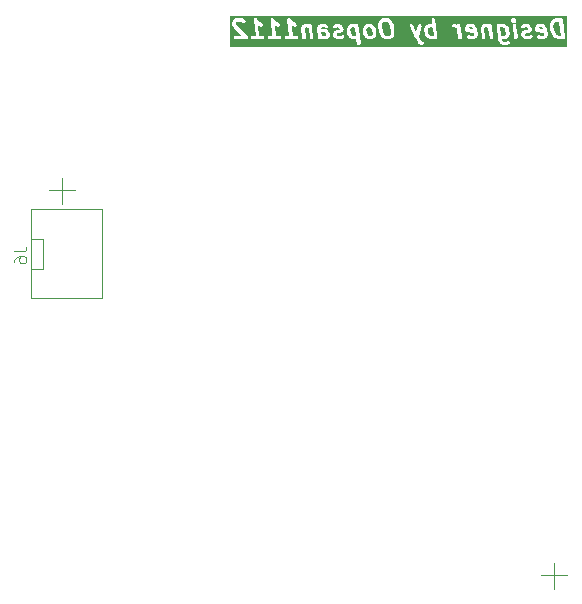
<source format=gbr>
%TF.GenerationSoftware,KiCad,Pcbnew,8.0.4*%
%TF.CreationDate,2025-03-11T16:32:05+07:00*%
%TF.ProjectId,Hoang_Trung_An_BTL,486f616e-675f-4547-9275-6e675f416e5f,rev?*%
%TF.SameCoordinates,Original*%
%TF.FileFunction,Legend,Bot*%
%TF.FilePolarity,Positive*%
%FSLAX46Y46*%
G04 Gerber Fmt 4.6, Leading zero omitted, Abs format (unit mm)*
G04 Created by KiCad (PCBNEW 8.0.4) date 2025-03-11 16:32:05*
%MOMM*%
%LPD*%
G01*
G04 APERTURE LIST*
%ADD10C,0.100000*%
%ADD11C,0.300000*%
G04 APERTURE END LIST*
D10*
X187900000Y-77700000D02*
X190100000Y-77700000D01*
X189000000Y-76700000D02*
X189000000Y-78900000D01*
X230700000Y-109300000D02*
X230700000Y-111500000D01*
X229600000Y-110300000D02*
X231800000Y-110300000D01*
D11*
G36*
X226469162Y-63998756D02*
G01*
X226517216Y-64041470D01*
X226577536Y-64137981D01*
X226622420Y-64497049D01*
X226591410Y-64579740D01*
X226564964Y-64609965D01*
X226488346Y-64650828D01*
X226273662Y-64650828D01*
X226226943Y-64628843D01*
X226142844Y-63956047D01*
X226152631Y-63950828D01*
X226367315Y-63950828D01*
X226469162Y-63998756D01*
G37*
G36*
X213842604Y-63972813D02*
G01*
X213926703Y-64645608D01*
X213916918Y-64650828D01*
X213702233Y-64650828D01*
X213600383Y-64602899D01*
X213552332Y-64560186D01*
X213492011Y-64463674D01*
X213447128Y-64104605D01*
X213478136Y-64021916D01*
X213504583Y-63991691D01*
X213581203Y-63950828D01*
X213795886Y-63950828D01*
X213842604Y-63972813D01*
G37*
G36*
X211359538Y-64417756D02*
G01*
X211407893Y-64495124D01*
X211417062Y-64568476D01*
X211396353Y-64623700D01*
X211345489Y-64650828D01*
X211059376Y-64650828D01*
X211012657Y-64628843D01*
X210981477Y-64379400D01*
X211278030Y-64379400D01*
X211359538Y-64417756D01*
G37*
G36*
X215183448Y-63998756D02*
G01*
X215231502Y-64041470D01*
X215291822Y-64137981D01*
X215336706Y-64497049D01*
X215305696Y-64579740D01*
X215279250Y-64609965D01*
X215202632Y-64650828D01*
X215059376Y-64650828D01*
X214957526Y-64602899D01*
X214909475Y-64560186D01*
X214849154Y-64463674D01*
X214804271Y-64104605D01*
X214835279Y-64021916D01*
X214861726Y-63991691D01*
X214938346Y-63950828D01*
X215081601Y-63950828D01*
X215183448Y-63998756D01*
G37*
G36*
X216620952Y-63498758D02*
G01*
X216737722Y-63602554D01*
X216825623Y-63836957D01*
X216883607Y-64300828D01*
X216855917Y-64522344D01*
X216779250Y-64609966D01*
X216702633Y-64650828D01*
X216487948Y-64650828D01*
X216386098Y-64602899D01*
X216269327Y-64499101D01*
X216181426Y-64264699D01*
X216123442Y-63800827D01*
X216151132Y-63579310D01*
X216227800Y-63491690D01*
X216304418Y-63450828D01*
X216519101Y-63450828D01*
X216620952Y-63498758D01*
G37*
G36*
X220414033Y-63972813D02*
G01*
X220498132Y-64645608D01*
X220488347Y-64650828D01*
X220273662Y-64650828D01*
X220171812Y-64602899D01*
X220123761Y-64560186D01*
X220063440Y-64463674D01*
X220018557Y-64104605D01*
X220049565Y-64021916D01*
X220076012Y-63991691D01*
X220152632Y-63950828D01*
X220367315Y-63950828D01*
X220414033Y-63972813D01*
G37*
G36*
X223805967Y-63989186D02*
G01*
X223854322Y-64066553D01*
X223860246Y-64113944D01*
X223438752Y-64031702D01*
X223458907Y-63977957D01*
X223509774Y-63950828D01*
X223724457Y-63950828D01*
X223805967Y-63989186D01*
G37*
G36*
X229734539Y-63989186D02*
G01*
X229782894Y-64066553D01*
X229788818Y-64113944D01*
X229367324Y-64031702D01*
X229387479Y-63977957D01*
X229438346Y-63950828D01*
X229653029Y-63950828D01*
X229734539Y-63989186D01*
G37*
G36*
X231284499Y-64650828D02*
G01*
X231120690Y-64650828D01*
X230949997Y-64596206D01*
X230829118Y-64488757D01*
X230759227Y-64376932D01*
X230663568Y-64121841D01*
X230641299Y-63943685D01*
X230672497Y-63694097D01*
X230710279Y-63593345D01*
X230791175Y-63500894D01*
X230935115Y-63450828D01*
X231134499Y-63450828D01*
X231284499Y-64650828D01*
G37*
G36*
X231770696Y-65617495D02*
G01*
X203272067Y-65617495D01*
X203272067Y-63575751D01*
X203438734Y-63575751D01*
X203439504Y-63605147D01*
X203457361Y-63748005D01*
X203460126Y-63760226D01*
X203460270Y-63764095D01*
X203462404Y-63770294D01*
X203463851Y-63776686D01*
X203465763Y-63780049D01*
X203469844Y-63791899D01*
X203568059Y-64006184D01*
X203582872Y-64031586D01*
X203584084Y-64032711D01*
X203584806Y-64034200D01*
X203604763Y-64055796D01*
X204274173Y-64650828D01*
X203740132Y-64650828D01*
X203710868Y-64653710D01*
X203656796Y-64676108D01*
X203615412Y-64717492D01*
X203593014Y-64771564D01*
X203593014Y-64830092D01*
X203615412Y-64884164D01*
X203656796Y-64925548D01*
X203710868Y-64947946D01*
X203740132Y-64950828D01*
X204668703Y-64950828D01*
X204697967Y-64947946D01*
X204702097Y-64946235D01*
X204706554Y-64945973D01*
X204728988Y-64935096D01*
X204752039Y-64925548D01*
X204755197Y-64922389D01*
X204759218Y-64920440D01*
X204775784Y-64901802D01*
X204793423Y-64884164D01*
X204795133Y-64880034D01*
X204798102Y-64876695D01*
X204806273Y-64853140D01*
X204815821Y-64830092D01*
X204815821Y-64825620D01*
X204817285Y-64821401D01*
X204815821Y-64796514D01*
X204815821Y-64771564D01*
X205021585Y-64771564D01*
X205021585Y-64830092D01*
X205043983Y-64884164D01*
X205085367Y-64925548D01*
X205139439Y-64947946D01*
X205168703Y-64950828D01*
X206025846Y-64950828D01*
X206055110Y-64947946D01*
X206109182Y-64925548D01*
X206150566Y-64884164D01*
X206172964Y-64830092D01*
X206172964Y-64771564D01*
X206450156Y-64771564D01*
X206450156Y-64830092D01*
X206472554Y-64884164D01*
X206513938Y-64925548D01*
X206568010Y-64947946D01*
X206597274Y-64950828D01*
X207454417Y-64950828D01*
X207483681Y-64947946D01*
X207537753Y-64925548D01*
X207579137Y-64884164D01*
X207601535Y-64830092D01*
X207601535Y-64771564D01*
X207878727Y-64771564D01*
X207878727Y-64830092D01*
X207901125Y-64884164D01*
X207942509Y-64925548D01*
X207996581Y-64947946D01*
X208025845Y-64950828D01*
X208882988Y-64950828D01*
X208912252Y-64947946D01*
X208966324Y-64925548D01*
X209007708Y-64884164D01*
X209030106Y-64830092D01*
X209030106Y-64771564D01*
X209007708Y-64717492D01*
X208966324Y-64676108D01*
X208912252Y-64653710D01*
X208882988Y-64650828D01*
X208586834Y-64650828D01*
X208506020Y-64004324D01*
X209278019Y-64004324D01*
X209278789Y-64033719D01*
X209377003Y-64819434D01*
X209383493Y-64848114D01*
X209412425Y-64898990D01*
X209458622Y-64934922D01*
X209515055Y-64950440D01*
X209573131Y-64943181D01*
X209624007Y-64914249D01*
X209659938Y-64868051D01*
X209675457Y-64811619D01*
X209674687Y-64782223D01*
X209581056Y-64033177D01*
X209601764Y-63977957D01*
X209652631Y-63950828D01*
X209795886Y-63950828D01*
X209897733Y-63998756D01*
X209919718Y-64018297D01*
X210019860Y-64819433D01*
X210026350Y-64848114D01*
X210055282Y-64898990D01*
X210101479Y-64934921D01*
X210157912Y-64950439D01*
X210215988Y-64943180D01*
X210266864Y-64914248D01*
X210302795Y-64868051D01*
X210318314Y-64811618D01*
X210317544Y-64782223D01*
X210220307Y-64004324D01*
X210635162Y-64004324D01*
X210635932Y-64033719D01*
X210734146Y-64819434D01*
X210740636Y-64848114D01*
X210769568Y-64898990D01*
X210815765Y-64934922D01*
X210872198Y-64950440D01*
X210930274Y-64943181D01*
X210951008Y-64931389D01*
X210961976Y-64936551D01*
X210989682Y-64946404D01*
X210993266Y-64946573D01*
X210996581Y-64947946D01*
X211025845Y-64950828D01*
X211382988Y-64950828D01*
X211412252Y-64947946D01*
X211419063Y-64945124D01*
X211426398Y-64944409D01*
X211453576Y-64933181D01*
X211587505Y-64861753D01*
X211600862Y-64852845D01*
X211604435Y-64851222D01*
X211606315Y-64849209D01*
X211611970Y-64845439D01*
X211627595Y-64826434D01*
X211644393Y-64808457D01*
X211647392Y-64802356D01*
X211649140Y-64800231D01*
X211650282Y-64796478D01*
X211657367Y-64782068D01*
X211710938Y-64639210D01*
X211718514Y-64610797D01*
X211718281Y-64603946D01*
X211720100Y-64597333D01*
X211719330Y-64567937D01*
X211701473Y-64425080D01*
X211694983Y-64396399D01*
X211693419Y-64393649D01*
X211692897Y-64390528D01*
X211679831Y-64364185D01*
X211590545Y-64221328D01*
X211572591Y-64198040D01*
X211561575Y-64190184D01*
X211552466Y-64180173D01*
X211527215Y-64165105D01*
X211375429Y-64093677D01*
X211347724Y-64083824D01*
X211344138Y-64083654D01*
X211340824Y-64082282D01*
X211311560Y-64079400D01*
X210987948Y-64079400D01*
X210941229Y-64057414D01*
X210938199Y-64033177D01*
X210958907Y-63977957D01*
X211009774Y-63950828D01*
X211224457Y-63950828D01*
X211345904Y-64007980D01*
X211373610Y-64017833D01*
X211432072Y-64020590D01*
X211487139Y-64000766D01*
X211530428Y-63961378D01*
X211555350Y-63908421D01*
X211557755Y-63857418D01*
X211974796Y-63857418D01*
X211980479Y-63915668D01*
X212008022Y-63967311D01*
X212053230Y-64004481D01*
X212109221Y-64021521D01*
X212167471Y-64015838D01*
X212194649Y-64004610D01*
X212295488Y-63950828D01*
X212438743Y-63950828D01*
X212520253Y-63989186D01*
X212568608Y-64066553D01*
X212568848Y-64068475D01*
X212548139Y-64123700D01*
X212497275Y-64150828D01*
X212320488Y-64150828D01*
X212291224Y-64153710D01*
X212284413Y-64156531D01*
X212277076Y-64157247D01*
X212249899Y-64168476D01*
X212115971Y-64239904D01*
X212102616Y-64248809D01*
X212099043Y-64250434D01*
X212097161Y-64252447D01*
X212091506Y-64256219D01*
X212075879Y-64275224D01*
X212059085Y-64293199D01*
X212056086Y-64299298D01*
X212054336Y-64301427D01*
X212053192Y-64305184D01*
X212046111Y-64319588D01*
X211992539Y-64462445D01*
X211984962Y-64490858D01*
X211985194Y-64497711D01*
X211983376Y-64504325D01*
X211984146Y-64533720D01*
X211993075Y-64605148D01*
X211999565Y-64633829D01*
X212001128Y-64636578D01*
X212001651Y-64639698D01*
X212014717Y-64666042D01*
X212104003Y-64808900D01*
X212121957Y-64832188D01*
X212132973Y-64840044D01*
X212142082Y-64850055D01*
X212167334Y-64865123D01*
X212319119Y-64936551D01*
X212346825Y-64946404D01*
X212350409Y-64946573D01*
X212353724Y-64947946D01*
X212382988Y-64950828D01*
X212668703Y-64950828D01*
X212697967Y-64947946D01*
X212704778Y-64945124D01*
X212712114Y-64944409D01*
X212739291Y-64933181D01*
X212873219Y-64861753D01*
X212897684Y-64845439D01*
X212934854Y-64800230D01*
X212951895Y-64744240D01*
X212946212Y-64685989D01*
X212918670Y-64634347D01*
X212873461Y-64597177D01*
X212817471Y-64580136D01*
X212759220Y-64585819D01*
X212732043Y-64597047D01*
X212631203Y-64650828D01*
X212416519Y-64650828D01*
X212335010Y-64612471D01*
X212286654Y-64535102D01*
X212286414Y-64533178D01*
X212307122Y-64477957D01*
X212357988Y-64450828D01*
X212534774Y-64450828D01*
X212564038Y-64447946D01*
X212570849Y-64445124D01*
X212578184Y-64444409D01*
X212605362Y-64433181D01*
X212739291Y-64361753D01*
X212752648Y-64352845D01*
X212756221Y-64351222D01*
X212758101Y-64349209D01*
X212763756Y-64345439D01*
X212779381Y-64326434D01*
X212796179Y-64308457D01*
X212799178Y-64302356D01*
X212800926Y-64300231D01*
X212802068Y-64296478D01*
X212809153Y-64282068D01*
X212862724Y-64139210D01*
X212870300Y-64110797D01*
X212870067Y-64103946D01*
X212871886Y-64097334D01*
X212871321Y-64075752D01*
X213144091Y-64075752D01*
X213144861Y-64105147D01*
X213198432Y-64533719D01*
X213204922Y-64562399D01*
X213206485Y-64565147D01*
X213207008Y-64568271D01*
X213220074Y-64594614D01*
X213309360Y-64737471D01*
X213315415Y-64745326D01*
X213316948Y-64748486D01*
X213322403Y-64754389D01*
X213327314Y-64760759D01*
X213330174Y-64762799D01*
X213336905Y-64770082D01*
X213417262Y-64841511D01*
X213425411Y-64847433D01*
X213427796Y-64850055D01*
X213434619Y-64854126D01*
X213441048Y-64858799D01*
X213444396Y-64859960D01*
X213453048Y-64865123D01*
X213604834Y-64936551D01*
X213632540Y-64946404D01*
X213636124Y-64946573D01*
X213639439Y-64947946D01*
X213668703Y-64950828D01*
X213954417Y-64950828D01*
X213964729Y-64949812D01*
X214010932Y-65319433D01*
X214017422Y-65348113D01*
X214046354Y-65398990D01*
X214092551Y-65434921D01*
X214148984Y-65450439D01*
X214207060Y-65443180D01*
X214257936Y-65414248D01*
X214293867Y-65368051D01*
X214309386Y-65311618D01*
X214308616Y-65282222D01*
X214157807Y-64075752D01*
X214501234Y-64075752D01*
X214502004Y-64105147D01*
X214555575Y-64533719D01*
X214562065Y-64562399D01*
X214563628Y-64565147D01*
X214564151Y-64568271D01*
X214577217Y-64594614D01*
X214666503Y-64737471D01*
X214672558Y-64745326D01*
X214674091Y-64748486D01*
X214679546Y-64754389D01*
X214684457Y-64760759D01*
X214687317Y-64762799D01*
X214694048Y-64770082D01*
X214774405Y-64841511D01*
X214782554Y-64847433D01*
X214784939Y-64850055D01*
X214791762Y-64854126D01*
X214798191Y-64858799D01*
X214801539Y-64859960D01*
X214810191Y-64865123D01*
X214961977Y-64936551D01*
X214989683Y-64946404D01*
X214993267Y-64946573D01*
X214996582Y-64947946D01*
X215025846Y-64950828D01*
X215240132Y-64950828D01*
X215269396Y-64947946D01*
X215276207Y-64945124D01*
X215283543Y-64944409D01*
X215310720Y-64933181D01*
X215444648Y-64861753D01*
X215462852Y-64849613D01*
X215465507Y-64848301D01*
X215467189Y-64846721D01*
X215469113Y-64845439D01*
X215470997Y-64843147D01*
X215486947Y-64828175D01*
X215549447Y-64756747D01*
X215561939Y-64739271D01*
X215564035Y-64737029D01*
X215565119Y-64734823D01*
X215566548Y-64732825D01*
X215567531Y-64729917D01*
X215577009Y-64710640D01*
X215630581Y-64567783D01*
X215638158Y-64539370D01*
X215637925Y-64532517D01*
X215639744Y-64525904D01*
X215638974Y-64496508D01*
X215585402Y-64067937D01*
X215578912Y-64039256D01*
X215577348Y-64036506D01*
X215576826Y-64033385D01*
X215563760Y-64007042D01*
X215474474Y-63864185D01*
X215468419Y-63856331D01*
X215466886Y-63853169D01*
X215461427Y-63847262D01*
X215456520Y-63840897D01*
X215453659Y-63838857D01*
X215446928Y-63831573D01*
X215400201Y-63790038D01*
X215822663Y-63790038D01*
X215822945Y-63800828D01*
X215822663Y-63811618D01*
X215823287Y-63813890D01*
X215823433Y-63819433D01*
X215885933Y-64319433D01*
X215886809Y-64323305D01*
X215886749Y-64325084D01*
X215889803Y-64336539D01*
X215892423Y-64348114D01*
X215893303Y-64349661D01*
X215894326Y-64353497D01*
X216001469Y-64639211D01*
X216014443Y-64665600D01*
X216019240Y-64670734D01*
X216022306Y-64677057D01*
X216042263Y-64698653D01*
X216202977Y-64841511D01*
X216211125Y-64847433D01*
X216213511Y-64850055D01*
X216220338Y-64854128D01*
X216226764Y-64858799D01*
X216230110Y-64859959D01*
X216238763Y-64865123D01*
X216390549Y-64936551D01*
X216418255Y-64946404D01*
X216421839Y-64946573D01*
X216425154Y-64947946D01*
X216454418Y-64950828D01*
X216740132Y-64950828D01*
X216769396Y-64947946D01*
X216776207Y-64945124D01*
X216783542Y-64944409D01*
X216810720Y-64933181D01*
X216944649Y-64861753D01*
X216962853Y-64849613D01*
X216965508Y-64848301D01*
X216967190Y-64846721D01*
X216969114Y-64845439D01*
X216970998Y-64843147D01*
X216986948Y-64828175D01*
X217111948Y-64685317D01*
X217112267Y-64684870D01*
X217112481Y-64684704D01*
X217112849Y-64684055D01*
X217129049Y-64661396D01*
X217133910Y-64647020D01*
X217141413Y-64633828D01*
X217147560Y-64606662D01*
X217147800Y-64605953D01*
X217147781Y-64605682D01*
X217147903Y-64605147D01*
X217183617Y-64319434D01*
X217183762Y-64313889D01*
X217184387Y-64311618D01*
X217184104Y-64300828D01*
X217184387Y-64290038D01*
X217183762Y-64287765D01*
X217183617Y-64282223D01*
X217121117Y-63782223D01*
X217120597Y-63779927D01*
X218466595Y-63779927D01*
X218469903Y-63838361D01*
X218480017Y-63865973D01*
X218962160Y-64865973D01*
X218963497Y-64868166D01*
X218964465Y-64870553D01*
X219151965Y-65227696D01*
X219163840Y-65245757D01*
X219165163Y-65248486D01*
X219166795Y-65250252D01*
X219168120Y-65252267D01*
X219170454Y-65254211D01*
X219185120Y-65270082D01*
X219265477Y-65341511D01*
X219273626Y-65347433D01*
X219276011Y-65350055D01*
X219282834Y-65354126D01*
X219289263Y-65358799D01*
X219292611Y-65359960D01*
X219301263Y-65365123D01*
X219453048Y-65436551D01*
X219480754Y-65446404D01*
X219539216Y-65449161D01*
X219594282Y-65429337D01*
X219637572Y-65389949D01*
X219662493Y-65336992D01*
X219665250Y-65278529D01*
X219645427Y-65223463D01*
X219606038Y-65180173D01*
X219580787Y-65165105D01*
X219448598Y-65102899D01*
X219404872Y-65064030D01*
X219255993Y-64780453D01*
X219419585Y-64075752D01*
X219715520Y-64075752D01*
X219716290Y-64105147D01*
X219769861Y-64533719D01*
X219776351Y-64562399D01*
X219777914Y-64565147D01*
X219778437Y-64568271D01*
X219791503Y-64594614D01*
X219880789Y-64737471D01*
X219886844Y-64745326D01*
X219888377Y-64748486D01*
X219893832Y-64754389D01*
X219898743Y-64760759D01*
X219901603Y-64762799D01*
X219908334Y-64770082D01*
X219988691Y-64841511D01*
X219996840Y-64847433D01*
X219999225Y-64850055D01*
X220006048Y-64854126D01*
X220012477Y-64858799D01*
X220015825Y-64859960D01*
X220024477Y-64865123D01*
X220176263Y-64936551D01*
X220203969Y-64946404D01*
X220207553Y-64946573D01*
X220210868Y-64947946D01*
X220240132Y-64950828D01*
X220525846Y-64950828D01*
X220555110Y-64947946D01*
X220561921Y-64945124D01*
X220569256Y-64944409D01*
X220596434Y-64933181D01*
X220598100Y-64932292D01*
X220601480Y-64934921D01*
X220657913Y-64950439D01*
X220715989Y-64943180D01*
X220766865Y-64914248D01*
X220802796Y-64868051D01*
X220818315Y-64811618D01*
X220817545Y-64782222D01*
X220691213Y-63771564D01*
X222039442Y-63771564D01*
X222039442Y-63830092D01*
X222061840Y-63884164D01*
X222103224Y-63925548D01*
X222157296Y-63947946D01*
X222186560Y-63950828D01*
X222295886Y-63950828D01*
X222397737Y-63998758D01*
X222445788Y-64041470D01*
X222506107Y-64137980D01*
X222591289Y-64819433D01*
X222597779Y-64848114D01*
X222626711Y-64898990D01*
X222672908Y-64934921D01*
X222729341Y-64950439D01*
X222787417Y-64943180D01*
X222838293Y-64914248D01*
X222874224Y-64868051D01*
X222889743Y-64811618D01*
X222888973Y-64782223D01*
X222791736Y-64004324D01*
X223135162Y-64004324D01*
X223135932Y-64033719D01*
X223153789Y-64176576D01*
X223160279Y-64205257D01*
X223163119Y-64210251D01*
X223164260Y-64215879D01*
X223177497Y-64235535D01*
X223189211Y-64256133D01*
X223193742Y-64259657D01*
X223196952Y-64264423D01*
X223216705Y-64277517D01*
X223235408Y-64292065D01*
X223240945Y-64293587D01*
X223245734Y-64296762D01*
X223273904Y-64305195D01*
X223899408Y-64427244D01*
X223917062Y-64568476D01*
X223896353Y-64623700D01*
X223845489Y-64650828D01*
X223630804Y-64650828D01*
X223509357Y-64593677D01*
X223481651Y-64583824D01*
X223423189Y-64581067D01*
X223368123Y-64600891D01*
X223324833Y-64640279D01*
X223299912Y-64693237D01*
X223297155Y-64751699D01*
X223316979Y-64806765D01*
X223356367Y-64850055D01*
X223381619Y-64865123D01*
X223533405Y-64936551D01*
X223561111Y-64946404D01*
X223564695Y-64946573D01*
X223568010Y-64947946D01*
X223597274Y-64950828D01*
X223882988Y-64950828D01*
X223912252Y-64947946D01*
X223919063Y-64945124D01*
X223926398Y-64944409D01*
X223953576Y-64933181D01*
X224087505Y-64861753D01*
X224100862Y-64852845D01*
X224104435Y-64851222D01*
X224106315Y-64849209D01*
X224111970Y-64845439D01*
X224127595Y-64826434D01*
X224144393Y-64808457D01*
X224147392Y-64802356D01*
X224149140Y-64800231D01*
X224150282Y-64796478D01*
X224157367Y-64782068D01*
X224210938Y-64639210D01*
X224218514Y-64610797D01*
X224218281Y-64603945D01*
X224220100Y-64597332D01*
X224219330Y-64567937D01*
X224148879Y-64004324D01*
X224492305Y-64004324D01*
X224493075Y-64033719D01*
X224591289Y-64819434D01*
X224597779Y-64848114D01*
X224626711Y-64898990D01*
X224672908Y-64934922D01*
X224729341Y-64950440D01*
X224787417Y-64943181D01*
X224838293Y-64914249D01*
X224874224Y-64868051D01*
X224889743Y-64811619D01*
X224888973Y-64782223D01*
X224795342Y-64033177D01*
X224816050Y-63977957D01*
X224866917Y-63950828D01*
X225010172Y-63950828D01*
X225112019Y-63998756D01*
X225134004Y-64018297D01*
X225234146Y-64819433D01*
X225240636Y-64848114D01*
X225269568Y-64898990D01*
X225315765Y-64934921D01*
X225372198Y-64950439D01*
X225430274Y-64943180D01*
X225481150Y-64914248D01*
X225517081Y-64868051D01*
X225532600Y-64811618D01*
X225531830Y-64782223D01*
X225407807Y-63790038D01*
X225822662Y-63790038D01*
X225823432Y-63819433D01*
X225975218Y-65033719D01*
X225981708Y-65062400D01*
X225983271Y-65065149D01*
X225983794Y-65068271D01*
X225996860Y-65094614D01*
X226086146Y-65237471D01*
X226092201Y-65245326D01*
X226093734Y-65248486D01*
X226099189Y-65254389D01*
X226104100Y-65260759D01*
X226106960Y-65262799D01*
X226113691Y-65270082D01*
X226194048Y-65341511D01*
X226202197Y-65347433D01*
X226204582Y-65350055D01*
X226211405Y-65354126D01*
X226217834Y-65358799D01*
X226221182Y-65359960D01*
X226229834Y-65365123D01*
X226381619Y-65436551D01*
X226409325Y-65446404D01*
X226412909Y-65446573D01*
X226416224Y-65447946D01*
X226445488Y-65450828D01*
X226659774Y-65450828D01*
X226689038Y-65447946D01*
X226695849Y-65445124D01*
X226703184Y-65444409D01*
X226730362Y-65433181D01*
X226864291Y-65361753D01*
X226888756Y-65345439D01*
X226925926Y-65300231D01*
X226942967Y-65244241D01*
X226937285Y-65185990D01*
X226909742Y-65134347D01*
X226864534Y-65097177D01*
X226808544Y-65080136D01*
X226750293Y-65085818D01*
X226723116Y-65097047D01*
X226622275Y-65150828D01*
X226479019Y-65150828D01*
X226377169Y-65102899D01*
X226329118Y-65060186D01*
X226268797Y-64963674D01*
X226267192Y-64950828D01*
X226525846Y-64950828D01*
X226555110Y-64947946D01*
X226561921Y-64945124D01*
X226569257Y-64944409D01*
X226596434Y-64933181D01*
X226730362Y-64861753D01*
X226748566Y-64849613D01*
X226751221Y-64848301D01*
X226752903Y-64846721D01*
X226754827Y-64845439D01*
X226756711Y-64843147D01*
X226772661Y-64828175D01*
X226835161Y-64756747D01*
X226847653Y-64739271D01*
X226849749Y-64737029D01*
X226850833Y-64734823D01*
X226852262Y-64732825D01*
X226853245Y-64729917D01*
X226862723Y-64710640D01*
X226916295Y-64567783D01*
X226923872Y-64539370D01*
X226923639Y-64532517D01*
X226925458Y-64525904D01*
X226924688Y-64496508D01*
X226871116Y-64067937D01*
X226864626Y-64039256D01*
X226863062Y-64036506D01*
X226862540Y-64033385D01*
X226849474Y-64007042D01*
X226760188Y-63864185D01*
X226754133Y-63856331D01*
X226752600Y-63853169D01*
X226747141Y-63847262D01*
X226742234Y-63840897D01*
X226739373Y-63838857D01*
X226732642Y-63831573D01*
X226685915Y-63790038D01*
X227179805Y-63790038D01*
X227180575Y-63819433D01*
X227305575Y-64819433D01*
X227312065Y-64848114D01*
X227340997Y-64898990D01*
X227387194Y-64934921D01*
X227443627Y-64950439D01*
X227501703Y-64943180D01*
X227552579Y-64914248D01*
X227588510Y-64868051D01*
X227604029Y-64811618D01*
X227603259Y-64782223D01*
X227487658Y-63857418D01*
X227903368Y-63857418D01*
X227909051Y-63915668D01*
X227936594Y-63967311D01*
X227981802Y-64004481D01*
X228037793Y-64021521D01*
X228096043Y-64015838D01*
X228123221Y-64004610D01*
X228224060Y-63950828D01*
X228367315Y-63950828D01*
X228448825Y-63989186D01*
X228497180Y-64066553D01*
X228497420Y-64068475D01*
X228476711Y-64123700D01*
X228425847Y-64150828D01*
X228249060Y-64150828D01*
X228219796Y-64153710D01*
X228212985Y-64156531D01*
X228205648Y-64157247D01*
X228178471Y-64168476D01*
X228044543Y-64239904D01*
X228031188Y-64248809D01*
X228027615Y-64250434D01*
X228025733Y-64252447D01*
X228020078Y-64256219D01*
X228004451Y-64275224D01*
X227987657Y-64293199D01*
X227984658Y-64299298D01*
X227982908Y-64301427D01*
X227981764Y-64305184D01*
X227974683Y-64319588D01*
X227921111Y-64462445D01*
X227913534Y-64490858D01*
X227913766Y-64497711D01*
X227911948Y-64504325D01*
X227912718Y-64533720D01*
X227921647Y-64605148D01*
X227928137Y-64633829D01*
X227929700Y-64636578D01*
X227930223Y-64639698D01*
X227943289Y-64666042D01*
X228032575Y-64808900D01*
X228050529Y-64832188D01*
X228061545Y-64840044D01*
X228070654Y-64850055D01*
X228095906Y-64865123D01*
X228247691Y-64936551D01*
X228275397Y-64946404D01*
X228278981Y-64946573D01*
X228282296Y-64947946D01*
X228311560Y-64950828D01*
X228597275Y-64950828D01*
X228626539Y-64947946D01*
X228633350Y-64945124D01*
X228640686Y-64944409D01*
X228667863Y-64933181D01*
X228801791Y-64861753D01*
X228826256Y-64845439D01*
X228863426Y-64800230D01*
X228880467Y-64744240D01*
X228874784Y-64685989D01*
X228847242Y-64634347D01*
X228802033Y-64597177D01*
X228746043Y-64580136D01*
X228687792Y-64585819D01*
X228660615Y-64597047D01*
X228559775Y-64650828D01*
X228345091Y-64650828D01*
X228263582Y-64612471D01*
X228215226Y-64535102D01*
X228214986Y-64533178D01*
X228235694Y-64477957D01*
X228286560Y-64450828D01*
X228463346Y-64450828D01*
X228492610Y-64447946D01*
X228499421Y-64445124D01*
X228506756Y-64444409D01*
X228533934Y-64433181D01*
X228667863Y-64361753D01*
X228681220Y-64352845D01*
X228684793Y-64351222D01*
X228686673Y-64349209D01*
X228692328Y-64345439D01*
X228707953Y-64326434D01*
X228724751Y-64308457D01*
X228727750Y-64302356D01*
X228729498Y-64300231D01*
X228730640Y-64296478D01*
X228737725Y-64282068D01*
X228791296Y-64139210D01*
X228798872Y-64110797D01*
X228798639Y-64103946D01*
X228800458Y-64097334D01*
X228799688Y-64067938D01*
X228791737Y-64004324D01*
X229063734Y-64004324D01*
X229064504Y-64033719D01*
X229082361Y-64176576D01*
X229088851Y-64205257D01*
X229091691Y-64210251D01*
X229092832Y-64215879D01*
X229106069Y-64235535D01*
X229117783Y-64256133D01*
X229122314Y-64259657D01*
X229125524Y-64264423D01*
X229145277Y-64277517D01*
X229163980Y-64292065D01*
X229169517Y-64293587D01*
X229174306Y-64296762D01*
X229202476Y-64305195D01*
X229827980Y-64427244D01*
X229845634Y-64568476D01*
X229824925Y-64623700D01*
X229774061Y-64650828D01*
X229559376Y-64650828D01*
X229437929Y-64593677D01*
X229410223Y-64583824D01*
X229351761Y-64581067D01*
X229296695Y-64600891D01*
X229253405Y-64640279D01*
X229228484Y-64693237D01*
X229225727Y-64751699D01*
X229245551Y-64806765D01*
X229284939Y-64850055D01*
X229310191Y-64865123D01*
X229461977Y-64936551D01*
X229489683Y-64946404D01*
X229493267Y-64946573D01*
X229496582Y-64947946D01*
X229525846Y-64950828D01*
X229811560Y-64950828D01*
X229840824Y-64947946D01*
X229847635Y-64945124D01*
X229854970Y-64944409D01*
X229882148Y-64933181D01*
X230016077Y-64861753D01*
X230029434Y-64852845D01*
X230033007Y-64851222D01*
X230034887Y-64849209D01*
X230040542Y-64845439D01*
X230056167Y-64826434D01*
X230072965Y-64808457D01*
X230075964Y-64802356D01*
X230077712Y-64800231D01*
X230078854Y-64796478D01*
X230085939Y-64782068D01*
X230139510Y-64639210D01*
X230147086Y-64610797D01*
X230146853Y-64603945D01*
X230148672Y-64597332D01*
X230147902Y-64567937D01*
X230076474Y-63996509D01*
X230069984Y-63967828D01*
X230068420Y-63965078D01*
X230067898Y-63961957D01*
X230054832Y-63935614D01*
X230053132Y-63932894D01*
X230340520Y-63932894D01*
X230340802Y-63943684D01*
X230340520Y-63954475D01*
X230341144Y-63956747D01*
X230341290Y-63962290D01*
X230368075Y-64176576D01*
X230368951Y-64180448D01*
X230368891Y-64182227D01*
X230371945Y-64193682D01*
X230374565Y-64205257D01*
X230375445Y-64206805D01*
X230376468Y-64210640D01*
X230483611Y-64496354D01*
X230483764Y-64496666D01*
X230483794Y-64496842D01*
X230490283Y-64509924D01*
X230496585Y-64522743D01*
X230496703Y-64522870D01*
X230496860Y-64523185D01*
X230586146Y-64666042D01*
X230592201Y-64673897D01*
X230593734Y-64677057D01*
X230599189Y-64682960D01*
X230604100Y-64689330D01*
X230606960Y-64691370D01*
X230613691Y-64698653D01*
X230774405Y-64841511D01*
X230798192Y-64858799D01*
X230799939Y-64859405D01*
X230801351Y-64860600D01*
X230828344Y-64872264D01*
X231051558Y-64943692D01*
X231064395Y-64946448D01*
X231068010Y-64947946D01*
X231074211Y-64948556D01*
X231080308Y-64949866D01*
X231084209Y-64949541D01*
X231097274Y-64950828D01*
X231454417Y-64950828D01*
X231483681Y-64947946D01*
X231492370Y-64944346D01*
X231501703Y-64943180D01*
X231519178Y-64933241D01*
X231537753Y-64925548D01*
X231544404Y-64918896D01*
X231552579Y-64914248D01*
X231564920Y-64898381D01*
X231579137Y-64884164D01*
X231582736Y-64875473D01*
X231588510Y-64868051D01*
X231593840Y-64848668D01*
X231601535Y-64830092D01*
X231601535Y-64820687D01*
X231604029Y-64811618D01*
X231603259Y-64782222D01*
X231415759Y-63282223D01*
X231414035Y-63274604D01*
X231414035Y-63271564D01*
X231412518Y-63267903D01*
X231409269Y-63253542D01*
X231399330Y-63236066D01*
X231391637Y-63217492D01*
X231384985Y-63210840D01*
X231380337Y-63202666D01*
X231364470Y-63190325D01*
X231350253Y-63176108D01*
X231341562Y-63172508D01*
X231334140Y-63166735D01*
X231314757Y-63161404D01*
X231296181Y-63153710D01*
X231281528Y-63152267D01*
X231277707Y-63151216D01*
X231274688Y-63151593D01*
X231266917Y-63150828D01*
X230909774Y-63150828D01*
X230892939Y-63152485D01*
X230889082Y-63152262D01*
X230884848Y-63153282D01*
X230880510Y-63153710D01*
X230876936Y-63155190D01*
X230860496Y-63159154D01*
X230655139Y-63230583D01*
X230628446Y-63242919D01*
X230621412Y-63249180D01*
X230612970Y-63253356D01*
X230591531Y-63273481D01*
X230466531Y-63416338D01*
X230454036Y-63433814D01*
X230451941Y-63436057D01*
X230450857Y-63438261D01*
X230449429Y-63440259D01*
X230448445Y-63443166D01*
X230438967Y-63462446D01*
X230385397Y-63605303D01*
X230384374Y-63609138D01*
X230383494Y-63610686D01*
X230380875Y-63622258D01*
X230377820Y-63633715D01*
X230377880Y-63635493D01*
X230377004Y-63639366D01*
X230341290Y-63925080D01*
X230341144Y-63930621D01*
X230340520Y-63932894D01*
X230053132Y-63932894D01*
X229965546Y-63792757D01*
X229947592Y-63769469D01*
X229936573Y-63761611D01*
X229927467Y-63751603D01*
X229902216Y-63736534D01*
X229750430Y-63665105D01*
X229722724Y-63655252D01*
X229719138Y-63655082D01*
X229715824Y-63653710D01*
X229686560Y-63650828D01*
X229400846Y-63650828D01*
X229371582Y-63653710D01*
X229364770Y-63656531D01*
X229357435Y-63657247D01*
X229330257Y-63668475D01*
X229196329Y-63739904D01*
X229182971Y-63748811D01*
X229179399Y-63750435D01*
X229177518Y-63752447D01*
X229171864Y-63756218D01*
X229156237Y-63775223D01*
X229139441Y-63793200D01*
X229136442Y-63799299D01*
X229134693Y-63801427D01*
X229133550Y-63805181D01*
X229126467Y-63819589D01*
X229072897Y-63962446D01*
X229065320Y-63990858D01*
X229065552Y-63997710D01*
X229063734Y-64004324D01*
X228791737Y-64004324D01*
X228790760Y-63996510D01*
X228784271Y-63967829D01*
X228782706Y-63965077D01*
X228782184Y-63961957D01*
X228769118Y-63935614D01*
X228679832Y-63792757D01*
X228661878Y-63769469D01*
X228650859Y-63761611D01*
X228641753Y-63751603D01*
X228616502Y-63736534D01*
X228464716Y-63665105D01*
X228437010Y-63655252D01*
X228433424Y-63655082D01*
X228430110Y-63653710D01*
X228400846Y-63650828D01*
X228186560Y-63650828D01*
X228157296Y-63653710D01*
X228150485Y-63656531D01*
X228143148Y-63657247D01*
X228115971Y-63668476D01*
X227982043Y-63739904D01*
X227957578Y-63756219D01*
X227920408Y-63801427D01*
X227903368Y-63857418D01*
X227487658Y-63857418D01*
X227478259Y-63782223D01*
X227471769Y-63753542D01*
X227442837Y-63702666D01*
X227396640Y-63666735D01*
X227340207Y-63651216D01*
X227282131Y-63658476D01*
X227231255Y-63687408D01*
X227195324Y-63733605D01*
X227179805Y-63790038D01*
X226685915Y-63790038D01*
X226652285Y-63760145D01*
X226644134Y-63754221D01*
X226641752Y-63751603D01*
X226634931Y-63747532D01*
X226628498Y-63742857D01*
X226625150Y-63741695D01*
X226616501Y-63736534D01*
X226464716Y-63665105D01*
X226437010Y-63655253D01*
X226433426Y-63655083D01*
X226430110Y-63653710D01*
X226400846Y-63650828D01*
X226115131Y-63650828D01*
X226085867Y-63653710D01*
X226079056Y-63656531D01*
X226071719Y-63657247D01*
X226044542Y-63668476D01*
X226042877Y-63669363D01*
X226039497Y-63666735D01*
X225983064Y-63651216D01*
X225924988Y-63658476D01*
X225874112Y-63687408D01*
X225838181Y-63733605D01*
X225822662Y-63790038D01*
X225407807Y-63790038D01*
X225406830Y-63782223D01*
X225400340Y-63753542D01*
X225371408Y-63702666D01*
X225325211Y-63666735D01*
X225268778Y-63651216D01*
X225210702Y-63658476D01*
X225159826Y-63687408D01*
X225158523Y-63689082D01*
X225107573Y-63665105D01*
X225079867Y-63655253D01*
X225076283Y-63655083D01*
X225072967Y-63653710D01*
X225043703Y-63650828D01*
X224829417Y-63650828D01*
X224800153Y-63653710D01*
X224793341Y-63656531D01*
X224786006Y-63657247D01*
X224758828Y-63668475D01*
X224624900Y-63739904D01*
X224611542Y-63748811D01*
X224607970Y-63750435D01*
X224606089Y-63752447D01*
X224600435Y-63756218D01*
X224584808Y-63775223D01*
X224568012Y-63793200D01*
X224565013Y-63799299D01*
X224563264Y-63801427D01*
X224562121Y-63805181D01*
X224555038Y-63819589D01*
X224501468Y-63962446D01*
X224493891Y-63990858D01*
X224494123Y-63997710D01*
X224492305Y-64004324D01*
X224148879Y-64004324D01*
X224147902Y-63996509D01*
X224141412Y-63967828D01*
X224139848Y-63965078D01*
X224139326Y-63961957D01*
X224126260Y-63935614D01*
X224036974Y-63792757D01*
X224019020Y-63769469D01*
X224008001Y-63761611D01*
X223998895Y-63751603D01*
X223973644Y-63736534D01*
X223821858Y-63665105D01*
X223794152Y-63655252D01*
X223790566Y-63655082D01*
X223787252Y-63653710D01*
X223757988Y-63650828D01*
X223472274Y-63650828D01*
X223443010Y-63653710D01*
X223436198Y-63656531D01*
X223428863Y-63657247D01*
X223401685Y-63668475D01*
X223267757Y-63739904D01*
X223254399Y-63748811D01*
X223250827Y-63750435D01*
X223248946Y-63752447D01*
X223243292Y-63756218D01*
X223227665Y-63775223D01*
X223210869Y-63793200D01*
X223207870Y-63799299D01*
X223206121Y-63801427D01*
X223204978Y-63805181D01*
X223197895Y-63819589D01*
X223144325Y-63962446D01*
X223136748Y-63990858D01*
X223136980Y-63997710D01*
X223135162Y-64004324D01*
X222791736Y-64004324D01*
X222763973Y-63782223D01*
X222757483Y-63753542D01*
X222728551Y-63702666D01*
X222682354Y-63666735D01*
X222625921Y-63651216D01*
X222567845Y-63658476D01*
X222516969Y-63687408D01*
X222496528Y-63713689D01*
X222393287Y-63665105D01*
X222365581Y-63655252D01*
X222361995Y-63655082D01*
X222358681Y-63653710D01*
X222329417Y-63650828D01*
X222186560Y-63650828D01*
X222157296Y-63653710D01*
X222103224Y-63676108D01*
X222061840Y-63717492D01*
X222039442Y-63771564D01*
X220691213Y-63771564D01*
X220638873Y-63352845D01*
X227055678Y-63352845D01*
X227057590Y-63381531D01*
X227059272Y-63410109D01*
X227059532Y-63410645D01*
X227059572Y-63411242D01*
X227072281Y-63436941D01*
X227084805Y-63462773D01*
X227085344Y-63463356D01*
X227085516Y-63463704D01*
X227086296Y-63464387D01*
X227104763Y-63484369D01*
X227185120Y-63555797D01*
X227208907Y-63573085D01*
X227209470Y-63573280D01*
X227209919Y-63573673D01*
X227214082Y-63575080D01*
X227217551Y-63577779D01*
X227241112Y-63584257D01*
X227264201Y-63592268D01*
X227264798Y-63592232D01*
X227265361Y-63592423D01*
X227269743Y-63592130D01*
X227273984Y-63593297D01*
X227298228Y-63590266D01*
X227322626Y-63588831D01*
X227323162Y-63588570D01*
X227323758Y-63588531D01*
X227327698Y-63586582D01*
X227332060Y-63586037D01*
X227353299Y-63573959D01*
X227375290Y-63563297D01*
X227375685Y-63562851D01*
X227376221Y-63562587D01*
X227380712Y-63558370D01*
X227382936Y-63557106D01*
X227385307Y-63554057D01*
X227397660Y-63542461D01*
X227460160Y-63471033D01*
X227475982Y-63448902D01*
X227476673Y-63448125D01*
X227476800Y-63447757D01*
X227477262Y-63447112D01*
X227486471Y-63419881D01*
X227495856Y-63392831D01*
X227495821Y-63392236D01*
X227496013Y-63391669D01*
X227494096Y-63362916D01*
X227492419Y-63334406D01*
X227492159Y-63333871D01*
X227492120Y-63333273D01*
X227479347Y-63307445D01*
X227466886Y-63281742D01*
X227466350Y-63281162D01*
X227466176Y-63280810D01*
X227465385Y-63280118D01*
X227446929Y-63260146D01*
X227366572Y-63188717D01*
X227342785Y-63171429D01*
X227342220Y-63171233D01*
X227341771Y-63170840D01*
X227337607Y-63169431D01*
X227334140Y-63166735D01*
X227310577Y-63160255D01*
X227287491Y-63152246D01*
X227286893Y-63152281D01*
X227286328Y-63152090D01*
X227281947Y-63152382D01*
X227277707Y-63151216D01*
X227253455Y-63154247D01*
X227229066Y-63155682D01*
X227228526Y-63155943D01*
X227227932Y-63155983D01*
X227223993Y-63157930D01*
X227219631Y-63158476D01*
X227198391Y-63170554D01*
X227176402Y-63181216D01*
X227176006Y-63181661D01*
X227175469Y-63181927D01*
X227170975Y-63186145D01*
X227168755Y-63187408D01*
X227166386Y-63190453D01*
X227154030Y-63202053D01*
X227091530Y-63273482D01*
X227075712Y-63295607D01*
X227075017Y-63296390D01*
X227074888Y-63296760D01*
X227074429Y-63297403D01*
X227065231Y-63324596D01*
X227055835Y-63351684D01*
X227055869Y-63352277D01*
X227055678Y-63352845D01*
X220638873Y-63352845D01*
X220630045Y-63282223D01*
X220623555Y-63253542D01*
X220594623Y-63202666D01*
X220548426Y-63166735D01*
X220491993Y-63151216D01*
X220433917Y-63158476D01*
X220383041Y-63187408D01*
X220347110Y-63233605D01*
X220331591Y-63290038D01*
X220332361Y-63319433D01*
X220373785Y-63650828D01*
X220115132Y-63650828D01*
X220085868Y-63653710D01*
X220079056Y-63656531D01*
X220071721Y-63657247D01*
X220044543Y-63668475D01*
X219910615Y-63739904D01*
X219892413Y-63752041D01*
X219889757Y-63753355D01*
X219888073Y-63754935D01*
X219886150Y-63756218D01*
X219884265Y-63758509D01*
X219868317Y-63773481D01*
X219805817Y-63844909D01*
X219793322Y-63862385D01*
X219791227Y-63864628D01*
X219790143Y-63866832D01*
X219788715Y-63868830D01*
X219787731Y-63871737D01*
X219778253Y-63891017D01*
X219724683Y-64033874D01*
X219717106Y-64062286D01*
X219717338Y-64069138D01*
X219715520Y-64075752D01*
X219419585Y-64075752D01*
X219475532Y-63834748D01*
X219479342Y-63805590D01*
X219469751Y-63747854D01*
X219438797Y-63698184D01*
X219391191Y-63664139D01*
X219334179Y-63650904D01*
X219276442Y-63660494D01*
X219226772Y-63691448D01*
X219192727Y-63739055D01*
X219183302Y-63766909D01*
X219047452Y-64352109D01*
X218750247Y-63735683D01*
X218734942Y-63710575D01*
X218691283Y-63671596D01*
X218636033Y-63652291D01*
X218577599Y-63655599D01*
X218524879Y-63681018D01*
X218485900Y-63724677D01*
X218466595Y-63779927D01*
X217120597Y-63779927D01*
X217120240Y-63778350D01*
X217120301Y-63776572D01*
X217117246Y-63765118D01*
X217114627Y-63753542D01*
X217113746Y-63751993D01*
X217112724Y-63748160D01*
X217005581Y-63462445D01*
X216992608Y-63436057D01*
X216987809Y-63430921D01*
X216984744Y-63424599D01*
X216964786Y-63403003D01*
X216804073Y-63260146D01*
X216795921Y-63254221D01*
X216793539Y-63251603D01*
X216786716Y-63247531D01*
X216780286Y-63242858D01*
X216776939Y-63241697D01*
X216768288Y-63236534D01*
X216616502Y-63165105D01*
X216588796Y-63155252D01*
X216585210Y-63155082D01*
X216581896Y-63153710D01*
X216552632Y-63150828D01*
X216266918Y-63150828D01*
X216237654Y-63153710D01*
X216230842Y-63156531D01*
X216223507Y-63157247D01*
X216196329Y-63168475D01*
X216062401Y-63239904D01*
X216044196Y-63252043D01*
X216041542Y-63253356D01*
X216039859Y-63254935D01*
X216037936Y-63256218D01*
X216036051Y-63258509D01*
X216020103Y-63273481D01*
X215895103Y-63416338D01*
X215894783Y-63416785D01*
X215894569Y-63416952D01*
X215894199Y-63417601D01*
X215878001Y-63440259D01*
X215873138Y-63454638D01*
X215865637Y-63467829D01*
X215859488Y-63494999D01*
X215859251Y-63495702D01*
X215859268Y-63495970D01*
X215859147Y-63496509D01*
X215823433Y-63782223D01*
X215823287Y-63787765D01*
X215822663Y-63790038D01*
X215400201Y-63790038D01*
X215366571Y-63760145D01*
X215358420Y-63754221D01*
X215356038Y-63751603D01*
X215349217Y-63747532D01*
X215342784Y-63742857D01*
X215339436Y-63741695D01*
X215330787Y-63736534D01*
X215179002Y-63665105D01*
X215151296Y-63655253D01*
X215147712Y-63655083D01*
X215144396Y-63653710D01*
X215115132Y-63650828D01*
X214900846Y-63650828D01*
X214871582Y-63653710D01*
X214864770Y-63656531D01*
X214857435Y-63657247D01*
X214830257Y-63668475D01*
X214696329Y-63739904D01*
X214678127Y-63752041D01*
X214675471Y-63753355D01*
X214673787Y-63754935D01*
X214671864Y-63756218D01*
X214669979Y-63758509D01*
X214654031Y-63773481D01*
X214591531Y-63844909D01*
X214579036Y-63862385D01*
X214576941Y-63864628D01*
X214575857Y-63866832D01*
X214574429Y-63868830D01*
X214573445Y-63871737D01*
X214563967Y-63891017D01*
X214510397Y-64033874D01*
X214502820Y-64062286D01*
X214503052Y-64069138D01*
X214501234Y-64075752D01*
X214157807Y-64075752D01*
X214121116Y-63782223D01*
X214114626Y-63753542D01*
X214085694Y-63702666D01*
X214039497Y-63666735D01*
X213983064Y-63651216D01*
X213924988Y-63658476D01*
X213904254Y-63670266D01*
X213893287Y-63665105D01*
X213865581Y-63655252D01*
X213861995Y-63655082D01*
X213858681Y-63653710D01*
X213829417Y-63650828D01*
X213543703Y-63650828D01*
X213514439Y-63653710D01*
X213507627Y-63656531D01*
X213500292Y-63657247D01*
X213473114Y-63668475D01*
X213339186Y-63739904D01*
X213320984Y-63752041D01*
X213318328Y-63753355D01*
X213316644Y-63754935D01*
X213314721Y-63756218D01*
X213312836Y-63758509D01*
X213296888Y-63773481D01*
X213234388Y-63844909D01*
X213221893Y-63862385D01*
X213219798Y-63864628D01*
X213218714Y-63866832D01*
X213217286Y-63868830D01*
X213216302Y-63871737D01*
X213206824Y-63891017D01*
X213153254Y-64033874D01*
X213145677Y-64062286D01*
X213145909Y-64069138D01*
X213144091Y-64075752D01*
X212871321Y-64075752D01*
X212871116Y-64067938D01*
X212862188Y-63996510D01*
X212855699Y-63967829D01*
X212854134Y-63965077D01*
X212853612Y-63961957D01*
X212840546Y-63935614D01*
X212751260Y-63792757D01*
X212733306Y-63769469D01*
X212722287Y-63761611D01*
X212713181Y-63751603D01*
X212687930Y-63736534D01*
X212536144Y-63665105D01*
X212508438Y-63655252D01*
X212504852Y-63655082D01*
X212501538Y-63653710D01*
X212472274Y-63650828D01*
X212257988Y-63650828D01*
X212228724Y-63653710D01*
X212221913Y-63656531D01*
X212214576Y-63657247D01*
X212187399Y-63668476D01*
X212053471Y-63739904D01*
X212029006Y-63756219D01*
X211991836Y-63801427D01*
X211974796Y-63857418D01*
X211557755Y-63857418D01*
X211558107Y-63849959D01*
X211538283Y-63794892D01*
X211498895Y-63751603D01*
X211473644Y-63736534D01*
X211321858Y-63665105D01*
X211294152Y-63655252D01*
X211290566Y-63655082D01*
X211287252Y-63653710D01*
X211257988Y-63650828D01*
X210972274Y-63650828D01*
X210943010Y-63653710D01*
X210936198Y-63656531D01*
X210928863Y-63657247D01*
X210901685Y-63668475D01*
X210767757Y-63739904D01*
X210754399Y-63748811D01*
X210750827Y-63750435D01*
X210748946Y-63752447D01*
X210743292Y-63756218D01*
X210727665Y-63775223D01*
X210710869Y-63793200D01*
X210707870Y-63799299D01*
X210706121Y-63801427D01*
X210704978Y-63805181D01*
X210697895Y-63819589D01*
X210644325Y-63962446D01*
X210636748Y-63990858D01*
X210636980Y-63997710D01*
X210635162Y-64004324D01*
X210220307Y-64004324D01*
X210192544Y-63782223D01*
X210186054Y-63753542D01*
X210157122Y-63702666D01*
X210110925Y-63666735D01*
X210054492Y-63651216D01*
X209996416Y-63658476D01*
X209945540Y-63687408D01*
X209944237Y-63689082D01*
X209893287Y-63665105D01*
X209865581Y-63655253D01*
X209861997Y-63655083D01*
X209858681Y-63653710D01*
X209829417Y-63650828D01*
X209615131Y-63650828D01*
X209585867Y-63653710D01*
X209579055Y-63656531D01*
X209571720Y-63657247D01*
X209544542Y-63668475D01*
X209410614Y-63739904D01*
X209397256Y-63748811D01*
X209393684Y-63750435D01*
X209391803Y-63752447D01*
X209386149Y-63756218D01*
X209370522Y-63775223D01*
X209353726Y-63793200D01*
X209350727Y-63799299D01*
X209348978Y-63801427D01*
X209347835Y-63805181D01*
X209340752Y-63819589D01*
X209287182Y-63962446D01*
X209279605Y-63990858D01*
X209279837Y-63997710D01*
X209278019Y-64004324D01*
X208506020Y-64004324D01*
X208474130Y-63749203D01*
X208497620Y-63770083D01*
X208505768Y-63776004D01*
X208508152Y-63778625D01*
X208514977Y-63782697D01*
X208521407Y-63787371D01*
X208524753Y-63788532D01*
X208533404Y-63793694D01*
X208685189Y-63865122D01*
X208712894Y-63874975D01*
X208771357Y-63877733D01*
X208826423Y-63857910D01*
X208869713Y-63818521D01*
X208894634Y-63765564D01*
X208897392Y-63707102D01*
X208877569Y-63652036D01*
X208838180Y-63608746D01*
X208812929Y-63593677D01*
X208680740Y-63531469D01*
X208546019Y-63411719D01*
X208384523Y-63207723D01*
X208381332Y-63204417D01*
X208380336Y-63202666D01*
X208377546Y-63200496D01*
X208364099Y-63186567D01*
X208348358Y-63177794D01*
X208334139Y-63166735D01*
X208323034Y-63163681D01*
X208312975Y-63158075D01*
X208295081Y-63155994D01*
X208277706Y-63151216D01*
X208266276Y-63152644D01*
X208254841Y-63151315D01*
X208237510Y-63156240D01*
X208219630Y-63158476D01*
X208209621Y-63164167D01*
X208198544Y-63167316D01*
X208184413Y-63178503D01*
X208168754Y-63187408D01*
X208161686Y-63196495D01*
X208152655Y-63203645D01*
X208143882Y-63219385D01*
X208132823Y-63233605D01*
X208129769Y-63244709D01*
X208124163Y-63254769D01*
X208122082Y-63272662D01*
X208117304Y-63290038D01*
X208117811Y-63309394D01*
X208117403Y-63312903D01*
X208117953Y-63314840D01*
X208118074Y-63319433D01*
X208284498Y-64650828D01*
X208025845Y-64650828D01*
X207996581Y-64653710D01*
X207942509Y-64676108D01*
X207901125Y-64717492D01*
X207878727Y-64771564D01*
X207601535Y-64771564D01*
X207579137Y-64717492D01*
X207537753Y-64676108D01*
X207483681Y-64653710D01*
X207454417Y-64650828D01*
X207158263Y-64650828D01*
X207045559Y-63749203D01*
X207069049Y-63770083D01*
X207077197Y-63776004D01*
X207079581Y-63778625D01*
X207086406Y-63782697D01*
X207092836Y-63787371D01*
X207096182Y-63788532D01*
X207104833Y-63793694D01*
X207256618Y-63865122D01*
X207284323Y-63874975D01*
X207342786Y-63877733D01*
X207397852Y-63857910D01*
X207441142Y-63818521D01*
X207466063Y-63765564D01*
X207468821Y-63707102D01*
X207448998Y-63652036D01*
X207409609Y-63608746D01*
X207384358Y-63593677D01*
X207252169Y-63531469D01*
X207117448Y-63411719D01*
X206955952Y-63207723D01*
X206952761Y-63204417D01*
X206951765Y-63202666D01*
X206948975Y-63200496D01*
X206935528Y-63186567D01*
X206919787Y-63177794D01*
X206905568Y-63166735D01*
X206894463Y-63163681D01*
X206884404Y-63158075D01*
X206866510Y-63155994D01*
X206849135Y-63151216D01*
X206837705Y-63152644D01*
X206826270Y-63151315D01*
X206808939Y-63156240D01*
X206791059Y-63158476D01*
X206781050Y-63164167D01*
X206769973Y-63167316D01*
X206755842Y-63178503D01*
X206740183Y-63187408D01*
X206733115Y-63196495D01*
X206724084Y-63203645D01*
X206715311Y-63219385D01*
X206704252Y-63233605D01*
X206701198Y-63244709D01*
X206695592Y-63254769D01*
X206693511Y-63272662D01*
X206688733Y-63290038D01*
X206689240Y-63309394D01*
X206688832Y-63312903D01*
X206689382Y-63314840D01*
X206689503Y-63319433D01*
X206855927Y-64650828D01*
X206597274Y-64650828D01*
X206568010Y-64653710D01*
X206513938Y-64676108D01*
X206472554Y-64717492D01*
X206450156Y-64771564D01*
X206172964Y-64771564D01*
X206150566Y-64717492D01*
X206109182Y-64676108D01*
X206055110Y-64653710D01*
X206025846Y-64650828D01*
X205729692Y-64650828D01*
X205616988Y-63749203D01*
X205640478Y-63770083D01*
X205648626Y-63776004D01*
X205651010Y-63778625D01*
X205657835Y-63782697D01*
X205664265Y-63787371D01*
X205667611Y-63788532D01*
X205676262Y-63793694D01*
X205828047Y-63865122D01*
X205855752Y-63874975D01*
X205914215Y-63877733D01*
X205969281Y-63857910D01*
X206012571Y-63818521D01*
X206037492Y-63765564D01*
X206040250Y-63707102D01*
X206020427Y-63652036D01*
X205981038Y-63608746D01*
X205955787Y-63593677D01*
X205823598Y-63531469D01*
X205688877Y-63411719D01*
X205527381Y-63207723D01*
X205524190Y-63204417D01*
X205523194Y-63202666D01*
X205520404Y-63200496D01*
X205506957Y-63186567D01*
X205491216Y-63177794D01*
X205476997Y-63166735D01*
X205465892Y-63163681D01*
X205455833Y-63158075D01*
X205437939Y-63155994D01*
X205420564Y-63151216D01*
X205409134Y-63152644D01*
X205397699Y-63151315D01*
X205380368Y-63156240D01*
X205362488Y-63158476D01*
X205352479Y-63164167D01*
X205341402Y-63167316D01*
X205327271Y-63178503D01*
X205311612Y-63187408D01*
X205304544Y-63196495D01*
X205295513Y-63203645D01*
X205286740Y-63219385D01*
X205275681Y-63233605D01*
X205272627Y-63244709D01*
X205267021Y-63254769D01*
X205264940Y-63272662D01*
X205260162Y-63290038D01*
X205260669Y-63309394D01*
X205260261Y-63312903D01*
X205260811Y-63314840D01*
X205260932Y-63319433D01*
X205427356Y-64650828D01*
X205168703Y-64650828D01*
X205139439Y-64653710D01*
X205085367Y-64676108D01*
X205043983Y-64717492D01*
X205021585Y-64771564D01*
X204815821Y-64771564D01*
X204814110Y-64767434D01*
X204813848Y-64762976D01*
X204802968Y-64740535D01*
X204793423Y-64717492D01*
X204790264Y-64714333D01*
X204788315Y-64710312D01*
X204768357Y-64688716D01*
X203827639Y-63852522D01*
X203752181Y-63687889D01*
X203741771Y-63604606D01*
X203772781Y-63521915D01*
X203799226Y-63491692D01*
X203875846Y-63450828D01*
X204161958Y-63450828D01*
X204263809Y-63498758D01*
X204327978Y-63555797D01*
X204351765Y-63573085D01*
X204407059Y-63592268D01*
X204465484Y-63588831D01*
X204518148Y-63563297D01*
X204557032Y-63519552D01*
X204576215Y-63464258D01*
X204572778Y-63405833D01*
X204547244Y-63353169D01*
X204527286Y-63331573D01*
X204446929Y-63260145D01*
X204438778Y-63254221D01*
X204436396Y-63251603D01*
X204429575Y-63247532D01*
X204423142Y-63242857D01*
X204419794Y-63241695D01*
X204411145Y-63236534D01*
X204259359Y-63165105D01*
X204231653Y-63155252D01*
X204228067Y-63155082D01*
X204224753Y-63153710D01*
X204195489Y-63150828D01*
X203838346Y-63150828D01*
X203809082Y-63153710D01*
X203802271Y-63156531D01*
X203794934Y-63157247D01*
X203767757Y-63168476D01*
X203633829Y-63239904D01*
X203615628Y-63252041D01*
X203612972Y-63253355D01*
X203611287Y-63254936D01*
X203609364Y-63256219D01*
X203607480Y-63258510D01*
X203591532Y-63273481D01*
X203529032Y-63344909D01*
X203516537Y-63362385D01*
X203514443Y-63364627D01*
X203513359Y-63366829D01*
X203511930Y-63368830D01*
X203510945Y-63371740D01*
X203501469Y-63391016D01*
X203447897Y-63533873D01*
X203440320Y-63562286D01*
X203440552Y-63569137D01*
X203438734Y-63575751D01*
X203272067Y-63575751D01*
X203272067Y-62984161D01*
X231770696Y-62984161D01*
X231770696Y-65617495D01*
G37*
D10*
X185009319Y-82906366D02*
X185723604Y-82906366D01*
X185723604Y-82906366D02*
X185866461Y-82858747D01*
X185866461Y-82858747D02*
X185961700Y-82763509D01*
X185961700Y-82763509D02*
X186009319Y-82620652D01*
X186009319Y-82620652D02*
X186009319Y-82525414D01*
X185009319Y-83811128D02*
X185009319Y-83620652D01*
X185009319Y-83620652D02*
X185056938Y-83525414D01*
X185056938Y-83525414D02*
X185104557Y-83477795D01*
X185104557Y-83477795D02*
X185247414Y-83382557D01*
X185247414Y-83382557D02*
X185437890Y-83334938D01*
X185437890Y-83334938D02*
X185818842Y-83334938D01*
X185818842Y-83334938D02*
X185914080Y-83382557D01*
X185914080Y-83382557D02*
X185961700Y-83430176D01*
X185961700Y-83430176D02*
X186009319Y-83525414D01*
X186009319Y-83525414D02*
X186009319Y-83715890D01*
X186009319Y-83715890D02*
X185961700Y-83811128D01*
X185961700Y-83811128D02*
X185914080Y-83858747D01*
X185914080Y-83858747D02*
X185818842Y-83906366D01*
X185818842Y-83906366D02*
X185580747Y-83906366D01*
X185580747Y-83906366D02*
X185485509Y-83858747D01*
X185485509Y-83858747D02*
X185437890Y-83811128D01*
X185437890Y-83811128D02*
X185390271Y-83715890D01*
X185390271Y-83715890D02*
X185390271Y-83525414D01*
X185390271Y-83525414D02*
X185437890Y-83430176D01*
X185437890Y-83430176D02*
X185485509Y-83382557D01*
X185485509Y-83382557D02*
X185580747Y-83334938D01*
%TO.C,J6*%
X187431500Y-84408100D02*
X186415500Y-84408100D01*
X186415500Y-81868100D01*
X187431500Y-81868100D01*
X187431500Y-84408100D01*
X192384500Y-86871900D02*
X186415500Y-86871900D01*
X186415500Y-79328100D01*
X192384500Y-79328100D01*
X192384500Y-86871900D01*
%TD*%
M02*

</source>
